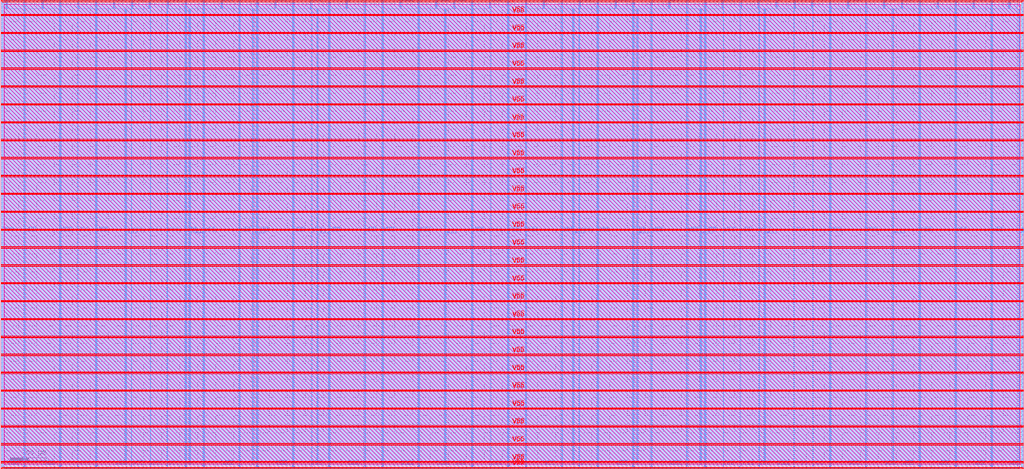
<source format=lef>
VERSION 5.7 ;
  NOWIREEXTENSIONATPIN ON ;
  DIVIDERCHAR "/" ;
  BUSBITCHARS "[]" ;
MACRO efuse_wb_mem_1024x32
  CLASS BLOCK ;
  FOREIGN efuse_wb_mem_1024x32 ;
  ORIGIN 0.000 0.000 ;
  SIZE 2856.480 BY 1311.065 ;
  PIN VDD
    DIRECTION INOUT ;
    USE POWER ;
    PORT
      LAYER Metal4 ;
        RECT 4.080 2.760 6.080 1306.520 ;
    END
    PORT
      LAYER Metal5 ;
        RECT 4.080 2.760 2852.480 4.760 ;
    END
    PORT
      LAYER Metal5 ;
        RECT 4.080 1304.520 2852.480 1306.520 ;
    END
    PORT
      LAYER Metal4 ;
        RECT 2850.480 2.760 2852.480 1306.520 ;
    END
    PORT
      LAYER Metal4 ;
        RECT 14.280 0.260 15.880 4.440 ;
    END
    PORT
      LAYER Metal4 ;
        RECT 14.280 1286.625 15.880 1309.020 ;
    END
    PORT
      LAYER Metal4 ;
        RECT 64.280 0.260 65.880 1309.020 ;
    END
    PORT
      LAYER Metal4 ;
        RECT 114.280 0.260 115.880 4.440 ;
    END
    PORT
      LAYER Metal4 ;
        RECT 114.280 1285.580 115.880 1309.020 ;
    END
    PORT
      LAYER Metal4 ;
        RECT 164.280 0.260 165.880 1309.020 ;
    END
    PORT
      LAYER Metal4 ;
        RECT 214.280 0.260 215.880 1309.020 ;
    END
    PORT
      LAYER Metal4 ;
        RECT 264.280 0.260 265.880 1309.020 ;
    END
    PORT
      LAYER Metal4 ;
        RECT 314.280 0.260 315.880 4.440 ;
    END
    PORT
      LAYER Metal4 ;
        RECT 314.280 1285.580 315.880 1309.020 ;
    END
    PORT
      LAYER Metal4 ;
        RECT 364.280 0.260 365.880 1309.020 ;
    END
    PORT
      LAYER Metal4 ;
        RECT 414.280 0.260 415.880 4.440 ;
    END
    PORT
      LAYER Metal4 ;
        RECT 414.280 1285.580 415.880 1309.020 ;
    END
    PORT
      LAYER Metal4 ;
        RECT 464.280 0.260 465.880 1309.020 ;
    END
    PORT
      LAYER Metal4 ;
        RECT 514.280 0.260 515.880 1309.020 ;
    END
    PORT
      LAYER Metal4 ;
        RECT 564.280 0.260 565.880 1309.020 ;
    END
    PORT
      LAYER Metal4 ;
        RECT 614.280 0.260 615.880 4.440 ;
    END
    PORT
      LAYER Metal4 ;
        RECT 614.280 1285.580 615.880 1309.020 ;
    END
    PORT
      LAYER Metal4 ;
        RECT 664.280 0.260 665.880 1309.020 ;
    END
    PORT
      LAYER Metal4 ;
        RECT 714.280 0.260 715.880 1309.020 ;
    END
    PORT
      LAYER Metal4 ;
        RECT 764.280 0.260 765.880 4.440 ;
    END
    PORT
      LAYER Metal4 ;
        RECT 764.280 1285.580 765.880 1309.020 ;
    END
    PORT
      LAYER Metal4 ;
        RECT 814.280 0.260 815.880 1309.020 ;
    END
    PORT
      LAYER Metal4 ;
        RECT 864.280 0.260 865.880 4.440 ;
    END
    PORT
      LAYER Metal4 ;
        RECT 864.280 1286.625 865.880 1309.020 ;
    END
    PORT
      LAYER Metal4 ;
        RECT 914.280 0.260 915.880 1309.020 ;
    END
    PORT
      LAYER Metal4 ;
        RECT 964.280 0.260 965.880 4.440 ;
    END
    PORT
      LAYER Metal4 ;
        RECT 964.280 1285.580 965.880 1309.020 ;
    END
    PORT
      LAYER Metal4 ;
        RECT 1014.280 0.260 1015.880 1309.020 ;
    END
    PORT
      LAYER Metal4 ;
        RECT 1064.280 0.260 1065.880 1309.020 ;
    END
    PORT
      LAYER Metal4 ;
        RECT 1114.280 0.260 1115.880 4.440 ;
    END
    PORT
      LAYER Metal4 ;
        RECT 1114.280 1286.625 1115.880 1309.020 ;
    END
    PORT
      LAYER Metal4 ;
        RECT 1164.280 0.260 1165.880 1309.020 ;
    END
    PORT
      LAYER Metal4 ;
        RECT 1214.280 0.260 1215.880 4.440 ;
    END
    PORT
      LAYER Metal4 ;
        RECT 1214.280 1286.625 1215.880 1309.020 ;
    END
    PORT
      LAYER Metal4 ;
        RECT 1264.280 0.260 1265.880 4.440 ;
    END
    PORT
      LAYER Metal4 ;
        RECT 1264.280 1286.625 1265.880 1309.020 ;
    END
    PORT
      LAYER Metal4 ;
        RECT 1314.280 0.260 1315.880 1309.020 ;
    END
    PORT
      LAYER Metal4 ;
        RECT 1364.280 0.260 1365.880 4.440 ;
    END
    PORT
      LAYER Metal4 ;
        RECT 1364.280 1286.625 1365.880 1309.020 ;
    END
    PORT
      LAYER Metal4 ;
        RECT 1414.280 0.260 1415.880 1309.020 ;
    END
    PORT
      LAYER Metal4 ;
        RECT 1464.280 0.260 1465.880 1309.020 ;
    END
    PORT
      LAYER Metal4 ;
        RECT 1514.280 0.260 1515.880 4.440 ;
    END
    PORT
      LAYER Metal4 ;
        RECT 1514.280 1285.580 1515.880 1309.020 ;
    END
    PORT
      LAYER Metal4 ;
        RECT 1564.280 0.260 1565.880 1309.020 ;
    END
    PORT
      LAYER Metal4 ;
        RECT 1614.280 0.260 1615.880 1309.020 ;
    END
    PORT
      LAYER Metal4 ;
        RECT 1664.280 0.260 1665.880 1309.020 ;
    END
    PORT
      LAYER Metal4 ;
        RECT 1714.280 0.260 1715.880 4.440 ;
    END
    PORT
      LAYER Metal4 ;
        RECT 1714.280 1285.580 1715.880 1309.020 ;
    END
    PORT
      LAYER Metal4 ;
        RECT 1764.280 0.260 1765.880 1309.020 ;
    END
    PORT
      LAYER Metal4 ;
        RECT 1814.280 0.260 1815.880 1309.020 ;
    END
    PORT
      LAYER Metal4 ;
        RECT 1864.280 0.260 1865.880 4.440 ;
    END
    PORT
      LAYER Metal4 ;
        RECT 1864.280 1286.625 1865.880 1309.020 ;
    END
    PORT
      LAYER Metal4 ;
        RECT 1914.280 0.260 1915.880 1309.020 ;
    END
    PORT
      LAYER Metal4 ;
        RECT 1964.280 0.260 1965.880 1309.020 ;
    END
    PORT
      LAYER Metal4 ;
        RECT 2014.280 0.260 2015.880 4.440 ;
    END
    PORT
      LAYER Metal4 ;
        RECT 2014.280 1286.625 2015.880 1309.020 ;
    END
    PORT
      LAYER Metal4 ;
        RECT 2064.280 0.260 2065.880 1309.020 ;
    END
    PORT
      LAYER Metal4 ;
        RECT 2114.280 0.260 2115.880 4.440 ;
    END
    PORT
      LAYER Metal4 ;
        RECT 2114.280 1286.625 2115.880 1309.020 ;
    END
    PORT
      LAYER Metal4 ;
        RECT 2164.280 0.260 2165.880 4.440 ;
    END
    PORT
      LAYER Metal4 ;
        RECT 2164.280 1285.580 2165.880 1309.020 ;
    END
    PORT
      LAYER Metal4 ;
        RECT 2214.280 0.260 2215.880 1309.020 ;
    END
    PORT
      LAYER Metal4 ;
        RECT 2264.280 0.260 2265.880 4.440 ;
    END
    PORT
      LAYER Metal4 ;
        RECT 2264.280 1285.580 2265.880 1309.020 ;
    END
    PORT
      LAYER Metal4 ;
        RECT 2314.280 0.260 2315.880 1309.020 ;
    END
    PORT
      LAYER Metal4 ;
        RECT 2364.280 0.260 2365.880 4.440 ;
    END
    PORT
      LAYER Metal4 ;
        RECT 2364.280 1285.580 2365.880 1309.020 ;
    END
    PORT
      LAYER Metal4 ;
        RECT 2414.280 0.260 2415.880 1309.020 ;
    END
    PORT
      LAYER Metal4 ;
        RECT 2464.280 0.260 2465.880 4.440 ;
    END
    PORT
      LAYER Metal4 ;
        RECT 2464.280 1285.580 2465.880 1309.020 ;
    END
    PORT
      LAYER Metal4 ;
        RECT 2514.280 0.260 2515.880 4.440 ;
    END
    PORT
      LAYER Metal4 ;
        RECT 2514.280 1286.625 2515.880 1309.020 ;
    END
    PORT
      LAYER Metal4 ;
        RECT 2564.280 0.260 2565.880 1309.020 ;
    END
    PORT
      LAYER Metal4 ;
        RECT 2614.280 0.260 2615.880 4.440 ;
    END
    PORT
      LAYER Metal4 ;
        RECT 2614.280 1285.580 2615.880 1309.020 ;
    END
    PORT
      LAYER Metal4 ;
        RECT 2664.280 0.260 2665.880 1309.020 ;
    END
    PORT
      LAYER Metal4 ;
        RECT 2714.280 0.260 2715.880 4.440 ;
    END
    PORT
      LAYER Metal4 ;
        RECT 2714.280 1285.580 2715.880 1309.020 ;
    END
    PORT
      LAYER Metal4 ;
        RECT 2764.280 0.260 2765.880 1309.020 ;
    END
    PORT
      LAYER Metal4 ;
        RECT 2814.280 0.260 2815.880 4.440 ;
    END
    PORT
      LAYER Metal4 ;
        RECT 2814.280 1285.580 2815.880 1309.020 ;
    END
    PORT
      LAYER Metal5 ;
        RECT 1.580 15.960 2854.980 17.560 ;
    END
    PORT
      LAYER Metal5 ;
        RECT 1.580 65.960 2854.980 67.560 ;
    END
    PORT
      LAYER Metal5 ;
        RECT 1.580 115.960 2854.980 117.560 ;
    END
    PORT
      LAYER Metal5 ;
        RECT 1.580 165.960 2854.980 167.560 ;
    END
    PORT
      LAYER Metal5 ;
        RECT 1.580 215.960 2854.980 217.560 ;
    END
    PORT
      LAYER Metal5 ;
        RECT 1.580 265.960 2854.980 267.560 ;
    END
    PORT
      LAYER Metal5 ;
        RECT 1.580 315.960 2854.980 317.560 ;
    END
    PORT
      LAYER Metal5 ;
        RECT 1.580 365.960 2854.980 367.560 ;
    END
    PORT
      LAYER Metal5 ;
        RECT 1.580 415.960 2854.980 417.560 ;
    END
    PORT
      LAYER Metal5 ;
        RECT 1.580 465.960 2854.980 467.560 ;
    END
    PORT
      LAYER Metal5 ;
        RECT 1.580 515.960 2854.980 517.560 ;
    END
    PORT
      LAYER Metal5 ;
        RECT 1.580 565.960 2854.980 567.560 ;
    END
    PORT
      LAYER Metal5 ;
        RECT 1.580 615.960 2854.980 617.560 ;
    END
    PORT
      LAYER Metal5 ;
        RECT 1.580 665.960 2854.980 667.560 ;
    END
    PORT
      LAYER Metal5 ;
        RECT 1.580 715.960 2854.980 717.560 ;
    END
    PORT
      LAYER Metal5 ;
        RECT 1.580 765.960 2854.980 767.560 ;
    END
    PORT
      LAYER Metal5 ;
        RECT 1.580 815.960 2854.980 817.560 ;
    END
    PORT
      LAYER Metal5 ;
        RECT 1.580 865.960 2854.980 867.560 ;
    END
    PORT
      LAYER Metal5 ;
        RECT 1.580 915.960 2854.980 917.560 ;
    END
    PORT
      LAYER Metal5 ;
        RECT 1.580 965.960 2854.980 967.560 ;
    END
    PORT
      LAYER Metal5 ;
        RECT 1.580 1015.960 2854.980 1017.560 ;
    END
    PORT
      LAYER Metal5 ;
        RECT 1.580 1065.960 2854.980 1067.560 ;
    END
    PORT
      LAYER Metal5 ;
        RECT 1.580 1115.960 2854.980 1117.560 ;
    END
    PORT
      LAYER Metal5 ;
        RECT 1.580 1165.960 2854.980 1167.560 ;
    END
    PORT
      LAYER Metal5 ;
        RECT 1.580 1215.960 2854.980 1217.560 ;
    END
    PORT
      LAYER Metal5 ;
        RECT 1.580 1265.960 2854.980 1267.560 ;
    END
    PORT
      LAYER Metal4 ;
        RECT 346.120 11.460 347.720 1286.060 ;
    END
    PORT
      LAYER Metal4 ;
        RECT 525.880 11.460 527.480 1286.060 ;
    END
    PORT
      LAYER Metal4 ;
        RECT 702.280 11.460 703.880 1286.060 ;
    END
    PORT
      LAYER Metal4 ;
        RECT 882.040 11.460 883.640 1286.060 ;
    END
    PORT
      LAYER Metal4 ;
        RECT 1238.760 11.460 1240.360 1286.060 ;
    END
    PORT
      LAYER Metal4 ;
        RECT 1596.040 11.460 1597.640 1286.060 ;
    END
    PORT
      LAYER Metal4 ;
        RECT 1775.240 11.460 1776.840 1286.060 ;
    END
    PORT
      LAYER Metal4 ;
        RECT 1952.760 11.460 1954.360 1286.060 ;
    END
    PORT
      LAYER Metal4 ;
        RECT 2131.400 11.460 2133.000 1286.060 ;
    END
    PORT
      LAYER Metal4 ;
        RECT 2488.680 11.460 2490.280 1286.060 ;
    END
    PORT
      LAYER Metal4 ;
        RECT 2842.040 11.460 2843.640 1286.060 ;
    END
  END VDD
  PIN VSS
    DIRECTION INOUT ;
    USE GROUND ;
    PORT
      LAYER Metal4 ;
        RECT 1.580 0.260 3.580 1309.020 ;
    END
    PORT
      LAYER Metal5 ;
        RECT 1.580 0.260 2854.980 2.260 ;
    END
    PORT
      LAYER Metal5 ;
        RECT 1.580 1307.020 2854.980 1309.020 ;
    END
    PORT
      LAYER Metal4 ;
        RECT 2852.980 0.260 2854.980 1309.020 ;
    END
    PORT
      LAYER Metal4 ;
        RECT 17.580 0.260 19.180 4.440 ;
    END
    PORT
      LAYER Metal4 ;
        RECT 17.580 1286.000 19.180 1309.020 ;
    END
    PORT
      LAYER Metal4 ;
        RECT 67.580 0.260 69.180 1309.020 ;
    END
    PORT
      LAYER Metal4 ;
        RECT 117.580 0.260 119.180 4.440 ;
    END
    PORT
      LAYER Metal4 ;
        RECT 117.580 1286.000 119.180 1309.020 ;
    END
    PORT
      LAYER Metal4 ;
        RECT 167.580 0.260 169.180 1309.020 ;
    END
    PORT
      LAYER Metal4 ;
        RECT 217.580 0.260 219.180 4.440 ;
    END
    PORT
      LAYER Metal4 ;
        RECT 217.580 1286.000 219.180 1309.020 ;
    END
    PORT
      LAYER Metal4 ;
        RECT 267.580 0.260 269.180 1309.020 ;
    END
    PORT
      LAYER Metal4 ;
        RECT 317.580 0.260 319.180 4.440 ;
    END
    PORT
      LAYER Metal4 ;
        RECT 317.580 1286.000 319.180 1309.020 ;
    END
    PORT
      LAYER Metal4 ;
        RECT 367.580 0.260 369.180 4.440 ;
    END
    PORT
      LAYER Metal4 ;
        RECT 367.580 1286.625 369.180 1309.020 ;
    END
    PORT
      LAYER Metal4 ;
        RECT 417.580 0.260 419.180 1309.020 ;
    END
    PORT
      LAYER Metal4 ;
        RECT 467.580 0.260 469.180 4.440 ;
    END
    PORT
      LAYER Metal4 ;
        RECT 467.580 1286.625 469.180 1309.020 ;
    END
    PORT
      LAYER Metal4 ;
        RECT 517.580 0.260 519.180 1309.020 ;
    END
    PORT
      LAYER Metal4 ;
        RECT 567.580 0.260 569.180 1309.020 ;
    END
    PORT
      LAYER Metal4 ;
        RECT 617.580 0.260 619.180 4.440 ;
    END
    PORT
      LAYER Metal4 ;
        RECT 617.580 1286.625 619.180 1309.020 ;
    END
    PORT
      LAYER Metal4 ;
        RECT 667.580 0.260 669.180 1309.020 ;
    END
    PORT
      LAYER Metal4 ;
        RECT 717.580 0.260 719.180 1309.020 ;
    END
    PORT
      LAYER Metal4 ;
        RECT 767.580 0.260 769.180 4.440 ;
    END
    PORT
      LAYER Metal4 ;
        RECT 767.580 1286.000 769.180 1309.020 ;
    END
    PORT
      LAYER Metal4 ;
        RECT 817.580 0.260 819.180 1309.020 ;
    END
    PORT
      LAYER Metal4 ;
        RECT 867.580 0.260 869.180 1309.020 ;
    END
    PORT
      LAYER Metal4 ;
        RECT 917.580 0.260 919.180 1309.020 ;
    END
    PORT
      LAYER Metal4 ;
        RECT 967.580 0.260 969.180 4.440 ;
    END
    PORT
      LAYER Metal4 ;
        RECT 967.580 1286.000 969.180 1309.020 ;
    END
    PORT
      LAYER Metal4 ;
        RECT 1017.580 0.260 1019.180 1309.020 ;
    END
    PORT
      LAYER Metal4 ;
        RECT 1067.580 0.260 1069.180 1309.020 ;
    END
    PORT
      LAYER Metal4 ;
        RECT 1117.580 0.260 1119.180 4.440 ;
    END
    PORT
      LAYER Metal4 ;
        RECT 1117.580 1286.625 1119.180 1309.020 ;
    END
    PORT
      LAYER Metal4 ;
        RECT 1167.580 0.260 1169.180 1309.020 ;
    END
    PORT
      LAYER Metal4 ;
        RECT 1217.580 0.260 1219.180 4.440 ;
    END
    PORT
      LAYER Metal4 ;
        RECT 1217.580 1286.625 1219.180 1309.020 ;
    END
    PORT
      LAYER Metal4 ;
        RECT 1267.580 0.260 1269.180 4.440 ;
    END
    PORT
      LAYER Metal4 ;
        RECT 1267.580 1286.625 1269.180 1309.020 ;
    END
    PORT
      LAYER Metal4 ;
        RECT 1317.580 0.260 1319.180 1309.020 ;
    END
    PORT
      LAYER Metal4 ;
        RECT 1367.580 0.260 1369.180 1309.020 ;
    END
    PORT
      LAYER Metal4 ;
        RECT 1417.580 0.260 1419.180 1309.020 ;
    END
    PORT
      LAYER Metal4 ;
        RECT 1467.580 0.260 1469.180 1309.020 ;
    END
    PORT
      LAYER Metal4 ;
        RECT 1517.580 0.260 1519.180 4.440 ;
    END
    PORT
      LAYER Metal4 ;
        RECT 1517.580 1286.000 1519.180 1309.020 ;
    END
    PORT
      LAYER Metal4 ;
        RECT 1567.580 0.260 1569.180 1309.020 ;
    END
    PORT
      LAYER Metal4 ;
        RECT 1617.580 0.260 1619.180 4.440 ;
    END
    PORT
      LAYER Metal4 ;
        RECT 1617.580 1286.625 1619.180 1309.020 ;
    END
    PORT
      LAYER Metal4 ;
        RECT 1667.580 0.260 1669.180 1309.020 ;
    END
    PORT
      LAYER Metal4 ;
        RECT 1717.580 0.260 1719.180 4.440 ;
    END
    PORT
      LAYER Metal4 ;
        RECT 1717.580 1286.000 1719.180 1309.020 ;
    END
    PORT
      LAYER Metal4 ;
        RECT 1767.580 0.260 1769.180 1309.020 ;
    END
    PORT
      LAYER Metal4 ;
        RECT 1817.580 0.260 1819.180 1309.020 ;
    END
    PORT
      LAYER Metal4 ;
        RECT 1867.580 0.260 1869.180 4.440 ;
    END
    PORT
      LAYER Metal4 ;
        RECT 1867.580 1286.000 1869.180 1309.020 ;
    END
    PORT
      LAYER Metal4 ;
        RECT 1917.580 0.260 1919.180 1309.020 ;
    END
    PORT
      LAYER Metal4 ;
        RECT 1967.580 0.260 1969.180 1309.020 ;
    END
    PORT
      LAYER Metal4 ;
        RECT 2017.580 0.260 2019.180 1309.020 ;
    END
    PORT
      LAYER Metal4 ;
        RECT 2067.580 0.260 2069.180 4.440 ;
    END
    PORT
      LAYER Metal4 ;
        RECT 2067.580 1286.000 2069.180 1309.020 ;
    END
    PORT
      LAYER Metal4 ;
        RECT 2117.580 0.260 2119.180 1309.020 ;
    END
    PORT
      LAYER Metal4 ;
        RECT 2167.580 0.260 2169.180 4.440 ;
    END
    PORT
      LAYER Metal4 ;
        RECT 2167.580 1286.000 2169.180 1309.020 ;
    END
    PORT
      LAYER Metal4 ;
        RECT 2217.580 0.260 2219.180 4.440 ;
    END
    PORT
      LAYER Metal4 ;
        RECT 2217.580 1286.625 2219.180 1309.020 ;
    END
    PORT
      LAYER Metal4 ;
        RECT 2267.580 0.260 2269.180 1309.020 ;
    END
    PORT
      LAYER Metal4 ;
        RECT 2317.580 0.260 2319.180 1309.020 ;
    END
    PORT
      LAYER Metal4 ;
        RECT 2367.580 0.260 2369.180 4.440 ;
    END
    PORT
      LAYER Metal4 ;
        RECT 2367.580 1286.000 2369.180 1309.020 ;
    END
    PORT
      LAYER Metal4 ;
        RECT 2417.580 0.260 2419.180 1309.020 ;
    END
    PORT
      LAYER Metal4 ;
        RECT 2467.580 0.260 2469.180 4.440 ;
    END
    PORT
      LAYER Metal4 ;
        RECT 2467.580 1286.625 2469.180 1309.020 ;
    END
    PORT
      LAYER Metal4 ;
        RECT 2517.580 0.260 2519.180 4.440 ;
    END
    PORT
      LAYER Metal4 ;
        RECT 2517.580 1286.000 2519.180 1309.020 ;
    END
    PORT
      LAYER Metal4 ;
        RECT 2567.580 0.260 2569.180 1309.020 ;
    END
    PORT
      LAYER Metal4 ;
        RECT 2617.580 0.260 2619.180 4.440 ;
    END
    PORT
      LAYER Metal4 ;
        RECT 2617.580 1286.000 2619.180 1309.020 ;
    END
    PORT
      LAYER Metal4 ;
        RECT 2667.580 0.260 2669.180 1309.020 ;
    END
    PORT
      LAYER Metal4 ;
        RECT 2717.580 0.260 2719.180 4.440 ;
    END
    PORT
      LAYER Metal4 ;
        RECT 2717.580 1286.000 2719.180 1309.020 ;
    END
    PORT
      LAYER Metal4 ;
        RECT 2767.580 0.260 2769.180 1309.020 ;
    END
    PORT
      LAYER Metal4 ;
        RECT 2817.580 0.260 2819.180 4.440 ;
    END
    PORT
      LAYER Metal4 ;
        RECT 2817.580 1286.000 2819.180 1309.020 ;
    END
    PORT
      LAYER Metal5 ;
        RECT 1.580 19.260 2854.980 20.860 ;
    END
    PORT
      LAYER Metal5 ;
        RECT 1.580 69.260 2854.980 70.860 ;
    END
    PORT
      LAYER Metal5 ;
        RECT 1.580 119.260 2854.980 120.860 ;
    END
    PORT
      LAYER Metal5 ;
        RECT 1.580 169.260 2854.980 170.860 ;
    END
    PORT
      LAYER Metal5 ;
        RECT 1.580 219.260 2854.980 220.860 ;
    END
    PORT
      LAYER Metal5 ;
        RECT 1.580 269.260 2854.980 270.860 ;
    END
    PORT
      LAYER Metal5 ;
        RECT 1.580 319.260 2854.980 320.860 ;
    END
    PORT
      LAYER Metal5 ;
        RECT 1.580 369.260 2854.980 370.860 ;
    END
    PORT
      LAYER Metal5 ;
        RECT 1.580 419.260 2854.980 420.860 ;
    END
    PORT
      LAYER Metal5 ;
        RECT 1.580 469.260 2854.980 470.860 ;
    END
    PORT
      LAYER Metal5 ;
        RECT 1.580 519.260 2854.980 520.860 ;
    END
    PORT
      LAYER Metal5 ;
        RECT 1.580 569.260 2854.980 570.860 ;
    END
    PORT
      LAYER Metal5 ;
        RECT 1.580 619.260 2854.980 620.860 ;
    END
    PORT
      LAYER Metal5 ;
        RECT 1.580 669.260 2854.980 670.860 ;
    END
    PORT
      LAYER Metal5 ;
        RECT 1.580 719.260 2854.980 720.860 ;
    END
    PORT
      LAYER Metal5 ;
        RECT 1.580 769.260 2854.980 770.860 ;
    END
    PORT
      LAYER Metal5 ;
        RECT 1.580 819.260 2854.980 820.860 ;
    END
    PORT
      LAYER Metal5 ;
        RECT 1.580 869.260 2854.980 870.860 ;
    END
    PORT
      LAYER Metal5 ;
        RECT 1.580 919.260 2854.980 920.860 ;
    END
    PORT
      LAYER Metal5 ;
        RECT 1.580 969.260 2854.980 970.860 ;
    END
    PORT
      LAYER Metal5 ;
        RECT 1.580 1019.260 2854.980 1020.860 ;
    END
    PORT
      LAYER Metal5 ;
        RECT 1.580 1069.260 2854.980 1070.860 ;
    END
    PORT
      LAYER Metal5 ;
        RECT 1.580 1119.260 2854.980 1120.860 ;
    END
    PORT
      LAYER Metal5 ;
        RECT 1.580 1169.260 2854.980 1170.860 ;
    END
    PORT
      LAYER Metal5 ;
        RECT 1.580 1219.260 2854.980 1220.860 ;
    END
    PORT
      LAYER Metal5 ;
        RECT 1.580 1269.260 2854.980 1270.860 ;
    END
    PORT
      LAYER Metal4 ;
        RECT 349.480 11.460 351.080 1286.060 ;
    END
    PORT
      LAYER Metal4 ;
        RECT 529.240 11.460 530.840 1286.060 ;
    END
    PORT
      LAYER Metal4 ;
        RECT 705.640 11.460 707.240 1286.060 ;
    END
    PORT
      LAYER Metal4 ;
        RECT 885.400 11.460 887.000 1286.060 ;
    END
    PORT
      LAYER Metal4 ;
        RECT 1242.120 11.460 1243.720 1286.060 ;
    END
    PORT
      LAYER Metal4 ;
        RECT 1599.400 11.460 1601.000 1286.060 ;
    END
    PORT
      LAYER Metal4 ;
        RECT 1778.600 11.460 1780.200 1286.060 ;
    END
    PORT
      LAYER Metal4 ;
        RECT 1956.120 11.460 1957.720 1286.060 ;
    END
    PORT
      LAYER Metal4 ;
        RECT 2134.760 11.460 2136.360 1286.060 ;
    END
    PORT
      LAYER Metal4 ;
        RECT 2492.040 11.460 2493.640 1286.060 ;
    END
    PORT
      LAYER Metal4 ;
        RECT 2844.280 11.460 2845.880 1286.060 ;
    END
  END VSS
  PIN wb_ack_o
    DIRECTION OUTPUT ;
    USE SIGNAL ;
    ANTENNADIFFAREA 1.182800 ;
    PORT
      LAYER Metal2 ;
        RECT 84.000 1310.505 84.560 1311.065 ;
    END
  END wb_ack_o
  PIN wb_adr_i[0]
    DIRECTION INPUT ;
    USE SIGNAL ;
    ANTENNAGATEAREA 1.102000 ;
    ANTENNADIFFAREA 0.410400 ;
    PORT
      LAYER Metal2 ;
        RECT 218.400 1310.505 218.960 1311.065 ;
    END
  END wb_adr_i[0]
  PIN wb_adr_i[1]
    DIRECTION INPUT ;
    USE SIGNAL ;
    ANTENNAGATEAREA 1.102000 ;
    ANTENNADIFFAREA 0.410400 ;
    PORT
      LAYER Metal2 ;
        RECT 252.000 1310.505 252.560 1311.065 ;
    END
  END wb_adr_i[1]
  PIN wb_adr_i[2]
    DIRECTION INPUT ;
    USE SIGNAL ;
    ANTENNAGATEAREA 1.102000 ;
    ANTENNADIFFAREA 0.410400 ;
    PORT
      LAYER Metal2 ;
        RECT 285.600 1310.505 286.160 1311.065 ;
    END
  END wb_adr_i[2]
  PIN wb_adr_i[3]
    DIRECTION INPUT ;
    USE SIGNAL ;
    ANTENNAGATEAREA 1.102000 ;
    ANTENNADIFFAREA 0.410400 ;
    PORT
      LAYER Metal2 ;
        RECT 319.200 1310.505 319.760 1311.065 ;
    END
  END wb_adr_i[3]
  PIN wb_adr_i[4]
    DIRECTION INPUT ;
    USE SIGNAL ;
    ANTENNAGATEAREA 1.102000 ;
    ANTENNADIFFAREA 0.410400 ;
    PORT
      LAYER Metal2 ;
        RECT 352.800 1310.505 353.360 1311.065 ;
    END
  END wb_adr_i[4]
  PIN wb_adr_i[5]
    DIRECTION INPUT ;
    USE SIGNAL ;
    ANTENNAGATEAREA 1.102000 ;
    ANTENNADIFFAREA 0.410400 ;
    PORT
      LAYER Metal2 ;
        RECT 386.400 1310.505 386.960 1311.065 ;
    END
  END wb_adr_i[5]
  PIN wb_adr_i[6]
    DIRECTION INPUT ;
    USE SIGNAL ;
    ANTENNAGATEAREA 2.369000 ;
    ANTENNADIFFAREA 0.410400 ;
    PORT
      LAYER Metal2 ;
        RECT 420.000 1310.505 420.560 1311.065 ;
    END
  END wb_adr_i[6]
  PIN wb_adr_i[7]
    DIRECTION INPUT ;
    USE SIGNAL ;
    ANTENNAGATEAREA 2.369000 ;
    ANTENNADIFFAREA 0.410400 ;
    PORT
      LAYER Metal2 ;
        RECT 453.600 1310.505 454.160 1311.065 ;
    END
  END wb_adr_i[7]
  PIN wb_adr_i[8]
    DIRECTION INPUT ;
    USE SIGNAL ;
    ANTENNAGATEAREA 8.816000 ;
    ANTENNADIFFAREA 0.410400 ;
    PORT
      LAYER Metal2 ;
        RECT 487.200 1310.505 487.760 1311.065 ;
    END
  END wb_adr_i[8]
  PIN wb_adr_i[9]
    DIRECTION INPUT ;
    USE SIGNAL ;
    ANTENNAGATEAREA 1.102000 ;
    ANTENNADIFFAREA 0.410400 ;
    PORT
      LAYER Metal2 ;
        RECT 520.800 1310.505 521.360 1311.065 ;
    END
  END wb_adr_i[9]
  PIN wb_clk_i
    DIRECTION INPUT ;
    USE SIGNAL ;
    ANTENNAGATEAREA 4.738000 ;
    ANTENNADIFFAREA 0.410400 ;
    PORT
      LAYER Metal2 ;
        RECT 151.200 1310.505 151.760 1311.065 ;
    END
  END wb_clk_i
  PIN wb_cyc_i
    DIRECTION INPUT ;
    USE SIGNAL ;
    ANTENNAGATEAREA 1.102000 ;
    ANTENNADIFFAREA 0.410400 ;
    PORT
      LAYER Metal2 ;
        RECT 50.400 1310.505 50.960 1311.065 ;
    END
  END wb_cyc_i
  PIN wb_dat_i[0]
    DIRECTION INPUT ;
    USE SIGNAL ;
    ANTENNAGATEAREA 1.102000 ;
    ANTENNADIFFAREA 0.410400 ;
    PORT
      LAYER Metal2 ;
        RECT 554.400 1310.505 554.960 1311.065 ;
    END
  END wb_dat_i[0]
  PIN wb_dat_i[10]
    DIRECTION INPUT ;
    USE SIGNAL ;
    ANTENNAGATEAREA 1.102000 ;
    ANTENNADIFFAREA 0.410400 ;
    PORT
      LAYER Metal2 ;
        RECT 890.400 1310.505 890.960 1311.065 ;
    END
  END wb_dat_i[10]
  PIN wb_dat_i[11]
    DIRECTION INPUT ;
    USE SIGNAL ;
    ANTENNAGATEAREA 1.102000 ;
    ANTENNADIFFAREA 0.410400 ;
    PORT
      LAYER Metal2 ;
        RECT 924.000 1310.505 924.560 1311.065 ;
    END
  END wb_dat_i[11]
  PIN wb_dat_i[12]
    DIRECTION INPUT ;
    USE SIGNAL ;
    ANTENNAGATEAREA 1.102000 ;
    ANTENNADIFFAREA 0.410400 ;
    PORT
      LAYER Metal2 ;
        RECT 957.600 1310.505 958.160 1311.065 ;
    END
  END wb_dat_i[12]
  PIN wb_dat_i[13]
    DIRECTION INPUT ;
    USE SIGNAL ;
    ANTENNAGATEAREA 1.102000 ;
    ANTENNADIFFAREA 0.410400 ;
    PORT
      LAYER Metal2 ;
        RECT 991.200 1310.505 991.760 1311.065 ;
    END
  END wb_dat_i[13]
  PIN wb_dat_i[14]
    DIRECTION INPUT ;
    USE SIGNAL ;
    ANTENNAGATEAREA 1.102000 ;
    ANTENNADIFFAREA 0.410400 ;
    PORT
      LAYER Metal2 ;
        RECT 1024.800 1310.505 1025.360 1311.065 ;
    END
  END wb_dat_i[14]
  PIN wb_dat_i[15]
    DIRECTION INPUT ;
    USE SIGNAL ;
    ANTENNAGATEAREA 1.102000 ;
    ANTENNADIFFAREA 0.410400 ;
    PORT
      LAYER Metal2 ;
        RECT 1058.400 1310.505 1058.960 1311.065 ;
    END
  END wb_dat_i[15]
  PIN wb_dat_i[16]
    DIRECTION INPUT ;
    USE SIGNAL ;
    ANTENNAGATEAREA 1.102000 ;
    ANTENNADIFFAREA 0.410400 ;
    PORT
      LAYER Metal2 ;
        RECT 1092.000 1310.505 1092.560 1311.065 ;
    END
  END wb_dat_i[16]
  PIN wb_dat_i[17]
    DIRECTION INPUT ;
    USE SIGNAL ;
    ANTENNAGATEAREA 1.102000 ;
    ANTENNADIFFAREA 0.410400 ;
    PORT
      LAYER Metal2 ;
        RECT 1125.600 1310.505 1126.160 1311.065 ;
    END
  END wb_dat_i[17]
  PIN wb_dat_i[18]
    DIRECTION INPUT ;
    USE SIGNAL ;
    ANTENNAGATEAREA 1.102000 ;
    ANTENNADIFFAREA 0.410400 ;
    PORT
      LAYER Metal2 ;
        RECT 1159.200 1310.505 1159.760 1311.065 ;
    END
  END wb_dat_i[18]
  PIN wb_dat_i[19]
    DIRECTION INPUT ;
    USE SIGNAL ;
    ANTENNAGATEAREA 1.102000 ;
    ANTENNADIFFAREA 0.410400 ;
    PORT
      LAYER Metal2 ;
        RECT 1192.800 1310.505 1193.360 1311.065 ;
    END
  END wb_dat_i[19]
  PIN wb_dat_i[1]
    DIRECTION INPUT ;
    USE SIGNAL ;
    ANTENNAGATEAREA 1.102000 ;
    ANTENNADIFFAREA 0.410400 ;
    PORT
      LAYER Metal2 ;
        RECT 588.000 1310.505 588.560 1311.065 ;
    END
  END wb_dat_i[1]
  PIN wb_dat_i[20]
    DIRECTION INPUT ;
    USE SIGNAL ;
    ANTENNAGATEAREA 1.102000 ;
    ANTENNADIFFAREA 0.410400 ;
    PORT
      LAYER Metal2 ;
        RECT 1226.400 1310.505 1226.960 1311.065 ;
    END
  END wb_dat_i[20]
  PIN wb_dat_i[21]
    DIRECTION INPUT ;
    USE SIGNAL ;
    ANTENNAGATEAREA 1.102000 ;
    ANTENNADIFFAREA 0.410400 ;
    PORT
      LAYER Metal2 ;
        RECT 1260.000 1310.505 1260.560 1311.065 ;
    END
  END wb_dat_i[21]
  PIN wb_dat_i[22]
    DIRECTION INPUT ;
    USE SIGNAL ;
    ANTENNAGATEAREA 1.102000 ;
    ANTENNADIFFAREA 0.410400 ;
    PORT
      LAYER Metal2 ;
        RECT 1293.600 1310.505 1294.160 1311.065 ;
    END
  END wb_dat_i[22]
  PIN wb_dat_i[23]
    DIRECTION INPUT ;
    USE SIGNAL ;
    ANTENNAGATEAREA 1.102000 ;
    ANTENNADIFFAREA 0.410400 ;
    PORT
      LAYER Metal2 ;
        RECT 1327.200 1310.505 1327.760 1311.065 ;
    END
  END wb_dat_i[23]
  PIN wb_dat_i[24]
    DIRECTION INPUT ;
    USE SIGNAL ;
    ANTENNAGATEAREA 1.102000 ;
    ANTENNADIFFAREA 0.410400 ;
    PORT
      LAYER Metal2 ;
        RECT 1360.800 1310.505 1361.360 1311.065 ;
    END
  END wb_dat_i[24]
  PIN wb_dat_i[25]
    DIRECTION INPUT ;
    USE SIGNAL ;
    ANTENNAGATEAREA 1.102000 ;
    ANTENNADIFFAREA 0.410400 ;
    PORT
      LAYER Metal2 ;
        RECT 1394.400 1310.505 1394.960 1311.065 ;
    END
  END wb_dat_i[25]
  PIN wb_dat_i[26]
    DIRECTION INPUT ;
    USE SIGNAL ;
    ANTENNAGATEAREA 1.102000 ;
    ANTENNADIFFAREA 0.410400 ;
    PORT
      LAYER Metal2 ;
        RECT 1428.000 1310.505 1428.560 1311.065 ;
    END
  END wb_dat_i[26]
  PIN wb_dat_i[27]
    DIRECTION INPUT ;
    USE SIGNAL ;
    ANTENNAGATEAREA 1.102000 ;
    ANTENNADIFFAREA 0.410400 ;
    PORT
      LAYER Metal2 ;
        RECT 1461.600 1310.505 1462.160 1311.065 ;
    END
  END wb_dat_i[27]
  PIN wb_dat_i[28]
    DIRECTION INPUT ;
    USE SIGNAL ;
    ANTENNAGATEAREA 1.102000 ;
    ANTENNADIFFAREA 0.410400 ;
    PORT
      LAYER Metal2 ;
        RECT 1495.200 1310.505 1495.760 1311.065 ;
    END
  END wb_dat_i[28]
  PIN wb_dat_i[29]
    DIRECTION INPUT ;
    USE SIGNAL ;
    ANTENNAGATEAREA 1.102000 ;
    ANTENNADIFFAREA 0.410400 ;
    PORT
      LAYER Metal2 ;
        RECT 1528.800 1310.505 1529.360 1311.065 ;
    END
  END wb_dat_i[29]
  PIN wb_dat_i[2]
    DIRECTION INPUT ;
    USE SIGNAL ;
    ANTENNAGATEAREA 1.102000 ;
    ANTENNADIFFAREA 0.410400 ;
    PORT
      LAYER Metal2 ;
        RECT 621.600 1310.505 622.160 1311.065 ;
    END
  END wb_dat_i[2]
  PIN wb_dat_i[30]
    DIRECTION INPUT ;
    USE SIGNAL ;
    ANTENNAGATEAREA 1.102000 ;
    ANTENNADIFFAREA 0.410400 ;
    PORT
      LAYER Metal2 ;
        RECT 1562.400 1310.505 1562.960 1311.065 ;
    END
  END wb_dat_i[30]
  PIN wb_dat_i[31]
    DIRECTION INPUT ;
    USE SIGNAL ;
    ANTENNAGATEAREA 1.102000 ;
    ANTENNADIFFAREA 0.410400 ;
    PORT
      LAYER Metal2 ;
        RECT 1596.000 1310.505 1596.560 1311.065 ;
    END
  END wb_dat_i[31]
  PIN wb_dat_i[3]
    DIRECTION INPUT ;
    USE SIGNAL ;
    ANTENNAGATEAREA 1.102000 ;
    ANTENNADIFFAREA 0.410400 ;
    PORT
      LAYER Metal2 ;
        RECT 655.200 1310.505 655.760 1311.065 ;
    END
  END wb_dat_i[3]
  PIN wb_dat_i[4]
    DIRECTION INPUT ;
    USE SIGNAL ;
    ANTENNAGATEAREA 1.102000 ;
    ANTENNADIFFAREA 0.410400 ;
    PORT
      LAYER Metal2 ;
        RECT 688.800 1310.505 689.360 1311.065 ;
    END
  END wb_dat_i[4]
  PIN wb_dat_i[5]
    DIRECTION INPUT ;
    USE SIGNAL ;
    ANTENNAGATEAREA 1.102000 ;
    ANTENNADIFFAREA 0.410400 ;
    PORT
      LAYER Metal2 ;
        RECT 722.400 1310.505 722.960 1311.065 ;
    END
  END wb_dat_i[5]
  PIN wb_dat_i[6]
    DIRECTION INPUT ;
    USE SIGNAL ;
    ANTENNAGATEAREA 1.102000 ;
    ANTENNADIFFAREA 0.410400 ;
    PORT
      LAYER Metal2 ;
        RECT 756.000 1310.505 756.560 1311.065 ;
    END
  END wb_dat_i[6]
  PIN wb_dat_i[7]
    DIRECTION INPUT ;
    USE SIGNAL ;
    ANTENNAGATEAREA 1.102000 ;
    ANTENNADIFFAREA 0.410400 ;
    PORT
      LAYER Metal2 ;
        RECT 789.600 1310.505 790.160 1311.065 ;
    END
  END wb_dat_i[7]
  PIN wb_dat_i[8]
    DIRECTION INPUT ;
    USE SIGNAL ;
    ANTENNAGATEAREA 1.102000 ;
    ANTENNADIFFAREA 0.410400 ;
    PORT
      LAYER Metal2 ;
        RECT 823.200 1310.505 823.760 1311.065 ;
    END
  END wb_dat_i[8]
  PIN wb_dat_i[9]
    DIRECTION INPUT ;
    USE SIGNAL ;
    ANTENNAGATEAREA 1.102000 ;
    ANTENNADIFFAREA 0.410400 ;
    PORT
      LAYER Metal2 ;
        RECT 856.800 1310.505 857.360 1311.065 ;
    END
  END wb_dat_i[9]
  PIN wb_dat_o[0]
    DIRECTION OUTPUT ;
    USE SIGNAL ;
    ANTENNADIFFAREA 1.182800 ;
    PORT
      LAYER Metal2 ;
        RECT 1764.000 1310.505 1764.560 1311.065 ;
    END
  END wb_dat_o[0]
  PIN wb_dat_o[10]
    DIRECTION OUTPUT ;
    USE SIGNAL ;
    ANTENNADIFFAREA 1.182800 ;
    PORT
      LAYER Metal2 ;
        RECT 2100.000 1310.505 2100.560 1311.065 ;
    END
  END wb_dat_o[10]
  PIN wb_dat_o[11]
    DIRECTION OUTPUT ;
    USE SIGNAL ;
    ANTENNADIFFAREA 1.182800 ;
    PORT
      LAYER Metal2 ;
        RECT 2133.600 1310.505 2134.160 1311.065 ;
    END
  END wb_dat_o[11]
  PIN wb_dat_o[12]
    DIRECTION OUTPUT ;
    USE SIGNAL ;
    ANTENNADIFFAREA 1.182800 ;
    PORT
      LAYER Metal2 ;
        RECT 2167.200 1310.505 2167.760 1311.065 ;
    END
  END wb_dat_o[12]
  PIN wb_dat_o[13]
    DIRECTION OUTPUT ;
    USE SIGNAL ;
    ANTENNADIFFAREA 1.182800 ;
    PORT
      LAYER Metal2 ;
        RECT 2200.800 1310.505 2201.360 1311.065 ;
    END
  END wb_dat_o[13]
  PIN wb_dat_o[14]
    DIRECTION OUTPUT ;
    USE SIGNAL ;
    ANTENNADIFFAREA 1.182800 ;
    PORT
      LAYER Metal2 ;
        RECT 2234.400 1310.505 2234.960 1311.065 ;
    END
  END wb_dat_o[14]
  PIN wb_dat_o[15]
    DIRECTION OUTPUT ;
    USE SIGNAL ;
    ANTENNADIFFAREA 1.182800 ;
    PORT
      LAYER Metal2 ;
        RECT 2268.000 1310.505 2268.560 1311.065 ;
    END
  END wb_dat_o[15]
  PIN wb_dat_o[16]
    DIRECTION OUTPUT ;
    USE SIGNAL ;
    ANTENNADIFFAREA 1.182800 ;
    PORT
      LAYER Metal2 ;
        RECT 2301.600 1310.505 2302.160 1311.065 ;
    END
  END wb_dat_o[16]
  PIN wb_dat_o[17]
    DIRECTION OUTPUT ;
    USE SIGNAL ;
    ANTENNADIFFAREA 1.182800 ;
    PORT
      LAYER Metal2 ;
        RECT 2335.200 1310.505 2335.760 1311.065 ;
    END
  END wb_dat_o[17]
  PIN wb_dat_o[18]
    DIRECTION OUTPUT ;
    USE SIGNAL ;
    ANTENNADIFFAREA 1.182800 ;
    PORT
      LAYER Metal2 ;
        RECT 2368.800 1310.505 2369.360 1311.065 ;
    END
  END wb_dat_o[18]
  PIN wb_dat_o[19]
    DIRECTION OUTPUT ;
    USE SIGNAL ;
    ANTENNADIFFAREA 1.182800 ;
    PORT
      LAYER Metal2 ;
        RECT 2402.400 1310.505 2402.960 1311.065 ;
    END
  END wb_dat_o[19]
  PIN wb_dat_o[1]
    DIRECTION OUTPUT ;
    USE SIGNAL ;
    ANTENNADIFFAREA 1.182800 ;
    PORT
      LAYER Metal2 ;
        RECT 1797.600 1310.505 1798.160 1311.065 ;
    END
  END wb_dat_o[1]
  PIN wb_dat_o[20]
    DIRECTION OUTPUT ;
    USE SIGNAL ;
    ANTENNADIFFAREA 1.182800 ;
    PORT
      LAYER Metal2 ;
        RECT 2436.000 1310.505 2436.560 1311.065 ;
    END
  END wb_dat_o[20]
  PIN wb_dat_o[21]
    DIRECTION OUTPUT ;
    USE SIGNAL ;
    ANTENNADIFFAREA 1.182800 ;
    PORT
      LAYER Metal2 ;
        RECT 2469.600 1310.505 2470.160 1311.065 ;
    END
  END wb_dat_o[21]
  PIN wb_dat_o[22]
    DIRECTION OUTPUT ;
    USE SIGNAL ;
    ANTENNADIFFAREA 1.182800 ;
    PORT
      LAYER Metal2 ;
        RECT 2503.200 1310.505 2503.760 1311.065 ;
    END
  END wb_dat_o[22]
  PIN wb_dat_o[23]
    DIRECTION OUTPUT ;
    USE SIGNAL ;
    ANTENNADIFFAREA 1.182800 ;
    PORT
      LAYER Metal2 ;
        RECT 2536.800 1310.505 2537.360 1311.065 ;
    END
  END wb_dat_o[23]
  PIN wb_dat_o[24]
    DIRECTION OUTPUT ;
    USE SIGNAL ;
    ANTENNADIFFAREA 1.182800 ;
    PORT
      LAYER Metal2 ;
        RECT 2570.400 1310.505 2570.960 1311.065 ;
    END
  END wb_dat_o[24]
  PIN wb_dat_o[25]
    DIRECTION OUTPUT ;
    USE SIGNAL ;
    ANTENNADIFFAREA 1.182800 ;
    PORT
      LAYER Metal2 ;
        RECT 2604.000 1310.505 2604.560 1311.065 ;
    END
  END wb_dat_o[25]
  PIN wb_dat_o[26]
    DIRECTION OUTPUT ;
    USE SIGNAL ;
    ANTENNADIFFAREA 1.182800 ;
    PORT
      LAYER Metal2 ;
        RECT 2637.600 1310.505 2638.160 1311.065 ;
    END
  END wb_dat_o[26]
  PIN wb_dat_o[27]
    DIRECTION OUTPUT ;
    USE SIGNAL ;
    ANTENNADIFFAREA 1.182800 ;
    PORT
      LAYER Metal2 ;
        RECT 2671.200 1310.505 2671.760 1311.065 ;
    END
  END wb_dat_o[27]
  PIN wb_dat_o[28]
    DIRECTION OUTPUT ;
    USE SIGNAL ;
    ANTENNADIFFAREA 1.182800 ;
    PORT
      LAYER Metal2 ;
        RECT 2704.800 1310.505 2705.360 1311.065 ;
    END
  END wb_dat_o[28]
  PIN wb_dat_o[29]
    DIRECTION OUTPUT ;
    USE SIGNAL ;
    ANTENNADIFFAREA 1.182800 ;
    PORT
      LAYER Metal2 ;
        RECT 2738.400 1310.505 2738.960 1311.065 ;
    END
  END wb_dat_o[29]
  PIN wb_dat_o[2]
    DIRECTION OUTPUT ;
    USE SIGNAL ;
    ANTENNADIFFAREA 1.182800 ;
    PORT
      LAYER Metal2 ;
        RECT 1831.200 1310.505 1831.760 1311.065 ;
    END
  END wb_dat_o[2]
  PIN wb_dat_o[30]
    DIRECTION OUTPUT ;
    USE SIGNAL ;
    ANTENNADIFFAREA 1.182800 ;
    PORT
      LAYER Metal2 ;
        RECT 2772.000 1310.505 2772.560 1311.065 ;
    END
  END wb_dat_o[30]
  PIN wb_dat_o[31]
    DIRECTION OUTPUT ;
    USE SIGNAL ;
    ANTENNADIFFAREA 1.182800 ;
    PORT
      LAYER Metal2 ;
        RECT 2805.600 1310.505 2806.160 1311.065 ;
    END
  END wb_dat_o[31]
  PIN wb_dat_o[3]
    DIRECTION OUTPUT ;
    USE SIGNAL ;
    ANTENNADIFFAREA 1.182800 ;
    PORT
      LAYER Metal2 ;
        RECT 1864.800 1310.505 1865.360 1311.065 ;
    END
  END wb_dat_o[3]
  PIN wb_dat_o[4]
    DIRECTION OUTPUT ;
    USE SIGNAL ;
    ANTENNADIFFAREA 1.182800 ;
    PORT
      LAYER Metal2 ;
        RECT 1898.400 1310.505 1898.960 1311.065 ;
    END
  END wb_dat_o[4]
  PIN wb_dat_o[5]
    DIRECTION OUTPUT ;
    USE SIGNAL ;
    ANTENNADIFFAREA 1.182800 ;
    PORT
      LAYER Metal2 ;
        RECT 1932.000 1310.505 1932.560 1311.065 ;
    END
  END wb_dat_o[5]
  PIN wb_dat_o[6]
    DIRECTION OUTPUT ;
    USE SIGNAL ;
    ANTENNADIFFAREA 1.182800 ;
    PORT
      LAYER Metal2 ;
        RECT 1965.600 1310.505 1966.160 1311.065 ;
    END
  END wb_dat_o[6]
  PIN wb_dat_o[7]
    DIRECTION OUTPUT ;
    USE SIGNAL ;
    ANTENNADIFFAREA 1.182800 ;
    PORT
      LAYER Metal2 ;
        RECT 1999.200 1310.505 1999.760 1311.065 ;
    END
  END wb_dat_o[7]
  PIN wb_dat_o[8]
    DIRECTION OUTPUT ;
    USE SIGNAL ;
    ANTENNADIFFAREA 1.182800 ;
    PORT
      LAYER Metal2 ;
        RECT 2032.800 1310.505 2033.360 1311.065 ;
    END
  END wb_dat_o[8]
  PIN wb_dat_o[9]
    DIRECTION OUTPUT ;
    USE SIGNAL ;
    ANTENNADIFFAREA 1.182800 ;
    PORT
      LAYER Metal2 ;
        RECT 2066.400 1310.505 2066.960 1311.065 ;
    END
  END wb_dat_o[9]
  PIN wb_rst_i
    DIRECTION INPUT ;
    USE SIGNAL ;
    ANTENNAGATEAREA 4.408000 ;
    ANTENNADIFFAREA 0.410400 ;
    PORT
      LAYER Metal2 ;
        RECT 117.600 1310.505 118.160 1311.065 ;
    END
  END wb_rst_i
  PIN wb_sel_i[0]
    DIRECTION INPUT ;
    USE SIGNAL ;
    ANTENNAGATEAREA 1.102000 ;
    ANTENNADIFFAREA 0.410400 ;
    PORT
      LAYER Metal2 ;
        RECT 1629.600 1310.505 1630.160 1311.065 ;
    END
  END wb_sel_i[0]
  PIN wb_sel_i[1]
    DIRECTION INPUT ;
    USE SIGNAL ;
    ANTENNAGATEAREA 1.102000 ;
    ANTENNADIFFAREA 0.410400 ;
    PORT
      LAYER Metal2 ;
        RECT 1663.200 1310.505 1663.760 1311.065 ;
    END
  END wb_sel_i[1]
  PIN wb_sel_i[2]
    DIRECTION INPUT ;
    USE SIGNAL ;
    ANTENNAGATEAREA 1.102000 ;
    ANTENNADIFFAREA 0.410400 ;
    PORT
      LAYER Metal2 ;
        RECT 1696.800 1310.505 1697.360 1311.065 ;
    END
  END wb_sel_i[2]
  PIN wb_sel_i[3]
    DIRECTION INPUT ;
    USE SIGNAL ;
    ANTENNAGATEAREA 1.102000 ;
    ANTENNADIFFAREA 0.410400 ;
    PORT
      LAYER Metal2 ;
        RECT 1730.400 1310.505 1730.960 1311.065 ;
    END
  END wb_sel_i[3]
  PIN wb_stb_i
    DIRECTION INPUT ;
    USE SIGNAL ;
    ANTENNAGATEAREA 1.102000 ;
    ANTENNADIFFAREA 0.410400 ;
    PORT
      LAYER Metal2 ;
        RECT 16.800 1310.505 17.360 1311.065 ;
    END
  END wb_stb_i
  PIN wb_we_i
    DIRECTION INPUT ;
    USE SIGNAL ;
    ANTENNAGATEAREA 1.102000 ;
    ANTENNADIFFAREA 0.410400 ;
    PORT
      LAYER Metal2 ;
        RECT 184.800 1310.505 185.360 1311.065 ;
    END
  END wb_we_i
  PIN write_enable_i
    DIRECTION INPUT ;
    USE SIGNAL ;
    ANTENNAGATEAREA 1128.447998 ;
    ANTENNADIFFAREA 210.124802 ;
    PORT
      LAYER Metal2 ;
        RECT 2839.200 1310.505 2839.760 1311.065 ;
    END
  END write_enable_i
  OBS
      LAYER Nwell ;
        RECT 9.650 11.330 2846.910 1297.950 ;
      LAYER Metal1 ;
        RECT 10.080 11.460 2846.480 1297.820 ;
      LAYER Metal2 ;
        RECT 9.100 1310.205 16.500 1310.820 ;
        RECT 17.660 1310.205 50.100 1310.820 ;
        RECT 51.260 1310.205 83.700 1310.820 ;
        RECT 84.860 1310.205 117.300 1310.820 ;
        RECT 118.460 1310.205 150.900 1310.820 ;
        RECT 152.060 1310.205 184.500 1310.820 ;
        RECT 185.660 1310.205 218.100 1310.820 ;
        RECT 219.260 1310.205 251.700 1310.820 ;
        RECT 252.860 1310.205 285.300 1310.820 ;
        RECT 286.460 1310.205 318.900 1310.820 ;
        RECT 320.060 1310.205 352.500 1310.820 ;
        RECT 353.660 1310.205 386.100 1310.820 ;
        RECT 387.260 1310.205 419.700 1310.820 ;
        RECT 420.860 1310.205 453.300 1310.820 ;
        RECT 454.460 1310.205 486.900 1310.820 ;
        RECT 488.060 1310.205 520.500 1310.820 ;
        RECT 521.660 1310.205 554.100 1310.820 ;
        RECT 555.260 1310.205 587.700 1310.820 ;
        RECT 588.860 1310.205 621.300 1310.820 ;
        RECT 622.460 1310.205 654.900 1310.820 ;
        RECT 656.060 1310.205 688.500 1310.820 ;
        RECT 689.660 1310.205 722.100 1310.820 ;
        RECT 723.260 1310.205 755.700 1310.820 ;
        RECT 756.860 1310.205 789.300 1310.820 ;
        RECT 790.460 1310.205 822.900 1310.820 ;
        RECT 824.060 1310.205 856.500 1310.820 ;
        RECT 857.660 1310.205 890.100 1310.820 ;
        RECT 891.260 1310.205 923.700 1310.820 ;
        RECT 924.860 1310.205 957.300 1310.820 ;
        RECT 958.460 1310.205 990.900 1310.820 ;
        RECT 992.060 1310.205 1024.500 1310.820 ;
        RECT 1025.660 1310.205 1058.100 1310.820 ;
        RECT 1059.260 1310.205 1091.700 1310.820 ;
        RECT 1092.860 1310.205 1125.300 1310.820 ;
        RECT 1126.460 1310.205 1158.900 1310.820 ;
        RECT 1160.060 1310.205 1192.500 1310.820 ;
        RECT 1193.660 1310.205 1226.100 1310.820 ;
        RECT 1227.260 1310.205 1259.700 1310.820 ;
        RECT 1260.860 1310.205 1293.300 1310.820 ;
        RECT 1294.460 1310.205 1326.900 1310.820 ;
        RECT 1328.060 1310.205 1360.500 1310.820 ;
        RECT 1361.660 1310.205 1394.100 1310.820 ;
        RECT 1395.260 1310.205 1427.700 1310.820 ;
        RECT 1428.860 1310.205 1461.300 1310.820 ;
        RECT 1462.460 1310.205 1494.900 1310.820 ;
        RECT 1496.060 1310.205 1528.500 1310.820 ;
        RECT 1529.660 1310.205 1562.100 1310.820 ;
        RECT 1563.260 1310.205 1595.700 1310.820 ;
        RECT 1596.860 1310.205 1629.300 1310.820 ;
        RECT 1630.460 1310.205 1662.900 1310.820 ;
        RECT 1664.060 1310.205 1696.500 1310.820 ;
        RECT 1697.660 1310.205 1730.100 1310.820 ;
        RECT 1731.260 1310.205 1763.700 1310.820 ;
        RECT 1764.860 1310.205 1797.300 1310.820 ;
        RECT 1798.460 1310.205 1830.900 1310.820 ;
        RECT 1832.060 1310.205 1864.500 1310.820 ;
        RECT 1865.660 1310.205 1898.100 1310.820 ;
        RECT 1899.260 1310.205 1931.700 1310.820 ;
        RECT 1932.860 1310.205 1965.300 1310.820 ;
        RECT 1966.460 1310.205 1998.900 1310.820 ;
        RECT 2000.060 1310.205 2032.500 1310.820 ;
        RECT 2033.660 1310.205 2066.100 1310.820 ;
        RECT 2067.260 1310.205 2099.700 1310.820 ;
        RECT 2100.860 1310.205 2133.300 1310.820 ;
        RECT 2134.460 1310.205 2166.900 1310.820 ;
        RECT 2168.060 1310.205 2200.500 1310.820 ;
        RECT 2201.660 1310.205 2234.100 1310.820 ;
        RECT 2235.260 1310.205 2267.700 1310.820 ;
        RECT 2268.860 1310.205 2301.300 1310.820 ;
        RECT 2302.460 1310.205 2334.900 1310.820 ;
        RECT 2336.060 1310.205 2368.500 1310.820 ;
        RECT 2369.660 1310.205 2402.100 1310.820 ;
        RECT 2403.260 1310.205 2435.700 1310.820 ;
        RECT 2436.860 1310.205 2469.300 1310.820 ;
        RECT 2470.460 1310.205 2502.900 1310.820 ;
        RECT 2504.060 1310.205 2536.500 1310.820 ;
        RECT 2537.660 1310.205 2570.100 1310.820 ;
        RECT 2571.260 1310.205 2603.700 1310.820 ;
        RECT 2604.860 1310.205 2637.300 1310.820 ;
        RECT 2638.460 1310.205 2670.900 1310.820 ;
        RECT 2672.060 1310.205 2704.500 1310.820 ;
        RECT 2705.660 1310.205 2738.100 1310.820 ;
        RECT 2739.260 1310.205 2771.700 1310.820 ;
        RECT 2772.860 1310.205 2805.300 1310.820 ;
        RECT 2806.460 1310.205 2838.900 1310.820 ;
        RECT 2840.060 1310.205 2845.740 1310.820 ;
        RECT 9.100 1.210 2845.740 1310.205 ;
      LAYER Metal3 ;
        RECT 9.050 1.260 2845.790 1309.700 ;
      LAYER Metal4 ;
        RECT 10.240 1286.325 13.980 1309.190 ;
        RECT 16.180 1286.325 17.280 1309.190 ;
        RECT 10.240 1285.700 17.280 1286.325 ;
        RECT 19.480 1285.700 63.980 1309.190 ;
        RECT 10.240 4.740 63.980 1285.700 ;
        RECT 10.240 1.210 13.980 4.740 ;
        RECT 16.180 1.210 17.280 4.740 ;
        RECT 19.480 1.210 63.980 4.740 ;
        RECT 66.180 1.210 67.280 1309.190 ;
        RECT 69.480 1285.280 113.980 1309.190 ;
        RECT 116.180 1285.700 117.280 1309.190 ;
        RECT 119.480 1285.700 163.980 1309.190 ;
        RECT 116.180 1285.280 163.980 1285.700 ;
        RECT 69.480 4.740 163.980 1285.280 ;
        RECT 69.480 1.210 113.980 4.740 ;
        RECT 116.180 1.210 117.280 4.740 ;
        RECT 119.480 1.210 163.980 4.740 ;
        RECT 166.180 1.210 167.280 1309.190 ;
        RECT 169.480 1.210 213.980 1309.190 ;
        RECT 216.180 1285.700 217.280 1309.190 ;
        RECT 219.480 1285.700 263.980 1309.190 ;
        RECT 216.180 4.740 263.980 1285.700 ;
        RECT 216.180 1.210 217.280 4.740 ;
        RECT 219.480 1.210 263.980 4.740 ;
        RECT 266.180 1.210 267.280 1309.190 ;
        RECT 269.480 1285.280 313.980 1309.190 ;
        RECT 316.180 1285.700 317.280 1309.190 ;
        RECT 319.480 1286.360 363.980 1309.190 ;
        RECT 319.480 1285.700 345.820 1286.360 ;
        RECT 316.180 1285.280 345.820 1285.700 ;
        RECT 269.480 11.160 345.820 1285.280 ;
        RECT 348.020 11.160 349.180 1286.360 ;
        RECT 351.380 11.160 363.980 1286.360 ;
        RECT 269.480 4.740 363.980 11.160 ;
        RECT 269.480 1.210 313.980 4.740 ;
        RECT 316.180 1.210 317.280 4.740 ;
        RECT 319.480 1.210 363.980 4.740 ;
        RECT 366.180 1286.325 367.280 1309.190 ;
        RECT 369.480 1286.325 413.980 1309.190 ;
        RECT 366.180 1285.280 413.980 1286.325 ;
        RECT 416.180 1285.280 417.280 1309.190 ;
        RECT 366.180 4.740 417.280 1285.280 ;
        RECT 366.180 1.210 367.280 4.740 ;
        RECT 369.480 1.210 413.980 4.740 ;
        RECT 416.180 1.210 417.280 4.740 ;
        RECT 419.480 1.210 463.980 1309.190 ;
        RECT 466.180 1286.325 467.280 1309.190 ;
        RECT 469.480 1286.325 513.980 1309.190 ;
        RECT 466.180 4.740 513.980 1286.325 ;
        RECT 466.180 1.210 467.280 4.740 ;
        RECT 469.480 1.210 513.980 4.740 ;
        RECT 516.180 1.210 517.280 1309.190 ;
        RECT 519.480 1286.360 563.980 1309.190 ;
        RECT 519.480 11.160 525.580 1286.360 ;
        RECT 527.780 11.160 528.940 1286.360 ;
        RECT 531.140 11.160 563.980 1286.360 ;
        RECT 519.480 1.210 563.980 11.160 ;
        RECT 566.180 1.210 567.280 1309.190 ;
        RECT 569.480 1285.280 613.980 1309.190 ;
        RECT 616.180 1286.325 617.280 1309.190 ;
        RECT 619.480 1286.325 663.980 1309.190 ;
        RECT 616.180 1285.280 663.980 1286.325 ;
        RECT 569.480 4.740 663.980 1285.280 ;
        RECT 569.480 1.210 613.980 4.740 ;
        RECT 616.180 1.210 617.280 4.740 ;
        RECT 619.480 1.210 663.980 4.740 ;
        RECT 666.180 1.210 667.280 1309.190 ;
        RECT 669.480 1286.360 713.980 1309.190 ;
        RECT 669.480 11.160 701.980 1286.360 ;
        RECT 704.180 11.160 705.340 1286.360 ;
        RECT 707.540 11.160 713.980 1286.360 ;
        RECT 669.480 1.210 713.980 11.160 ;
        RECT 716.180 1.210 717.280 1309.190 ;
        RECT 719.480 1285.280 763.980 1309.190 ;
        RECT 766.180 1285.700 767.280 1309.190 ;
        RECT 769.480 1285.700 813.980 1309.190 ;
        RECT 766.180 1285.280 813.980 1285.700 ;
        RECT 719.480 4.740 813.980 1285.280 ;
        RECT 719.480 1.210 763.980 4.740 ;
        RECT 766.180 1.210 767.280 4.740 ;
        RECT 769.480 1.210 813.980 4.740 ;
        RECT 816.180 1.210 817.280 1309.190 ;
        RECT 819.480 1286.325 863.980 1309.190 ;
        RECT 866.180 1286.325 867.280 1309.190 ;
        RECT 819.480 4.740 867.280 1286.325 ;
        RECT 819.480 1.210 863.980 4.740 ;
        RECT 866.180 1.210 867.280 4.740 ;
        RECT 869.480 1286.360 913.980 1309.190 ;
        RECT 869.480 11.160 881.740 1286.360 ;
        RECT 883.940 11.160 885.100 1286.360 ;
        RECT 887.300 11.160 913.980 1286.360 ;
        RECT 869.480 1.210 913.980 11.160 ;
        RECT 916.180 1.210 917.280 1309.190 ;
        RECT 919.480 1285.280 963.980 1309.190 ;
        RECT 966.180 1285.700 967.280 1309.190 ;
        RECT 969.480 1285.700 1013.980 1309.190 ;
        RECT 966.180 1285.280 1013.980 1285.700 ;
        RECT 919.480 4.740 1013.980 1285.280 ;
        RECT 919.480 1.210 963.980 4.740 ;
        RECT 966.180 1.210 967.280 4.740 ;
        RECT 969.480 1.210 1013.980 4.740 ;
        RECT 1016.180 1.210 1017.280 1309.190 ;
        RECT 1019.480 1.210 1063.980 1309.190 ;
        RECT 1066.180 1.210 1067.280 1309.190 ;
        RECT 1069.480 1286.325 1113.980 1309.190 ;
        RECT 1116.180 1286.325 1117.280 1309.190 ;
        RECT 1119.480 1286.325 1163.980 1309.190 ;
        RECT 1069.480 4.740 1163.980 1286.325 ;
        RECT 1069.480 1.210 1113.980 4.740 ;
        RECT 1116.180 1.210 1117.280 4.740 ;
        RECT 1119.480 1.210 1163.980 4.740 ;
        RECT 1166.180 1.210 1167.280 1309.190 ;
        RECT 1169.480 1286.325 1213.980 1309.190 ;
        RECT 1216.180 1286.325 1217.280 1309.190 ;
        RECT 1219.480 1286.360 1263.980 1309.190 ;
        RECT 1219.480 1286.325 1238.460 1286.360 ;
        RECT 1169.480 11.160 1238.460 1286.325 ;
        RECT 1240.660 11.160 1241.820 1286.360 ;
        RECT 1244.020 1286.325 1263.980 1286.360 ;
        RECT 1266.180 1286.325 1267.280 1309.190 ;
        RECT 1269.480 1286.325 1313.980 1309.190 ;
        RECT 1244.020 11.160 1313.980 1286.325 ;
        RECT 1169.480 4.740 1313.980 11.160 ;
        RECT 1169.480 1.210 1213.980 4.740 ;
        RECT 1216.180 1.210 1217.280 4.740 ;
        RECT 1219.480 1.210 1263.980 4.740 ;
        RECT 1266.180 1.210 1267.280 4.740 ;
        RECT 1269.480 1.210 1313.980 4.740 ;
        RECT 1316.180 1.210 1317.280 1309.190 ;
        RECT 1319.480 1286.325 1363.980 1309.190 ;
        RECT 1366.180 1286.325 1367.280 1309.190 ;
        RECT 1319.480 4.740 1367.280 1286.325 ;
        RECT 1319.480 1.210 1363.980 4.740 ;
        RECT 1366.180 1.210 1367.280 4.740 ;
        RECT 1369.480 1.210 1413.980 1309.190 ;
        RECT 1416.180 1.210 1417.280 1309.190 ;
        RECT 1419.480 1.210 1463.980 1309.190 ;
        RECT 1466.180 1.210 1467.280 1309.190 ;
        RECT 1469.480 1285.280 1513.980 1309.190 ;
        RECT 1516.180 1285.700 1517.280 1309.190 ;
        RECT 1519.480 1285.700 1563.980 1309.190 ;
        RECT 1516.180 1285.280 1563.980 1285.700 ;
        RECT 1469.480 4.740 1563.980 1285.280 ;
        RECT 1469.480 1.210 1513.980 4.740 ;
        RECT 1516.180 1.210 1517.280 4.740 ;
        RECT 1519.480 1.210 1563.980 4.740 ;
        RECT 1566.180 1.210 1567.280 1309.190 ;
        RECT 1569.480 1286.360 1613.980 1309.190 ;
        RECT 1569.480 11.160 1595.740 1286.360 ;
        RECT 1597.940 11.160 1599.100 1286.360 ;
        RECT 1601.300 11.160 1613.980 1286.360 ;
        RECT 1569.480 1.210 1613.980 11.160 ;
        RECT 1616.180 1286.325 1617.280 1309.190 ;
        RECT 1619.480 1286.325 1663.980 1309.190 ;
        RECT 1616.180 4.740 1663.980 1286.325 ;
        RECT 1616.180 1.210 1617.280 4.740 ;
        RECT 1619.480 1.210 1663.980 4.740 ;
        RECT 1666.180 1.210 1667.280 1309.190 ;
        RECT 1669.480 1285.280 1713.980 1309.190 ;
        RECT 1716.180 1285.700 1717.280 1309.190 ;
        RECT 1719.480 1285.700 1763.980 1309.190 ;
        RECT 1716.180 1285.280 1763.980 1285.700 ;
        RECT 1669.480 4.740 1763.980 1285.280 ;
        RECT 1669.480 1.210 1713.980 4.740 ;
        RECT 1716.180 1.210 1717.280 4.740 ;
        RECT 1719.480 1.210 1763.980 4.740 ;
        RECT 1766.180 1.210 1767.280 1309.190 ;
        RECT 1769.480 1286.360 1813.980 1309.190 ;
        RECT 1769.480 11.160 1774.940 1286.360 ;
        RECT 1777.140 11.160 1778.300 1286.360 ;
        RECT 1780.500 11.160 1813.980 1286.360 ;
        RECT 1769.480 1.210 1813.980 11.160 ;
        RECT 1816.180 1.210 1817.280 1309.190 ;
        RECT 1819.480 1286.325 1863.980 1309.190 ;
        RECT 1866.180 1286.325 1867.280 1309.190 ;
        RECT 1819.480 1285.700 1867.280 1286.325 ;
        RECT 1869.480 1285.700 1913.980 1309.190 ;
        RECT 1819.480 4.740 1913.980 1285.700 ;
        RECT 1819.480 1.210 1863.980 4.740 ;
        RECT 1866.180 1.210 1867.280 4.740 ;
        RECT 1869.480 1.210 1913.980 4.740 ;
        RECT 1916.180 1.210 1917.280 1309.190 ;
        RECT 1919.480 1286.360 1963.980 1309.190 ;
        RECT 1919.480 11.160 1952.460 1286.360 ;
        RECT 1954.660 11.160 1955.820 1286.360 ;
        RECT 1958.020 11.160 1963.980 1286.360 ;
        RECT 1919.480 1.210 1963.980 11.160 ;
        RECT 1966.180 1.210 1967.280 1309.190 ;
        RECT 1969.480 1286.325 2013.980 1309.190 ;
        RECT 2016.180 1286.325 2017.280 1309.190 ;
        RECT 1969.480 4.740 2017.280 1286.325 ;
        RECT 1969.480 1.210 2013.980 4.740 ;
        RECT 2016.180 1.210 2017.280 4.740 ;
        RECT 2019.480 1.210 2063.980 1309.190 ;
        RECT 2066.180 1285.700 2067.280 1309.190 ;
        RECT 2069.480 1286.325 2113.980 1309.190 ;
        RECT 2116.180 1286.325 2117.280 1309.190 ;
        RECT 2069.480 1285.700 2117.280 1286.325 ;
        RECT 2066.180 4.740 2117.280 1285.700 ;
        RECT 2066.180 1.210 2067.280 4.740 ;
        RECT 2069.480 1.210 2113.980 4.740 ;
        RECT 2116.180 1.210 2117.280 4.740 ;
        RECT 2119.480 1286.360 2163.980 1309.190 ;
        RECT 2119.480 11.160 2131.100 1286.360 ;
        RECT 2133.300 11.160 2134.460 1286.360 ;
        RECT 2136.660 1285.280 2163.980 1286.360 ;
        RECT 2166.180 1285.700 2167.280 1309.190 ;
        RECT 2169.480 1285.700 2213.980 1309.190 ;
        RECT 2166.180 1285.280 2213.980 1285.700 ;
        RECT 2136.660 11.160 2213.980 1285.280 ;
        RECT 2119.480 4.740 2213.980 11.160 ;
        RECT 2119.480 1.210 2163.980 4.740 ;
        RECT 2166.180 1.210 2167.280 4.740 ;
        RECT 2169.480 1.210 2213.980 4.740 ;
        RECT 2216.180 1286.325 2217.280 1309.190 ;
        RECT 2219.480 1286.325 2263.980 1309.190 ;
        RECT 2216.180 1285.280 2263.980 1286.325 ;
        RECT 2266.180 1285.280 2267.280 1309.190 ;
        RECT 2216.180 4.740 2267.280 1285.280 ;
        RECT 2216.180 1.210 2217.280 4.740 ;
        RECT 2219.480 1.210 2263.980 4.740 ;
        RECT 2266.180 1.210 2267.280 4.740 ;
        RECT 2269.480 1.210 2313.980 1309.190 ;
        RECT 2316.180 1.210 2317.280 1309.190 ;
        RECT 2319.480 1285.280 2363.980 1309.190 ;
        RECT 2366.180 1285.700 2367.280 1309.190 ;
        RECT 2369.480 1285.700 2413.980 1309.190 ;
        RECT 2366.180 1285.280 2413.980 1285.700 ;
        RECT 2319.480 4.740 2413.980 1285.280 ;
        RECT 2319.480 1.210 2363.980 4.740 ;
        RECT 2366.180 1.210 2367.280 4.740 ;
        RECT 2369.480 1.210 2413.980 4.740 ;
        RECT 2416.180 1.210 2417.280 1309.190 ;
        RECT 2419.480 1285.280 2463.980 1309.190 ;
        RECT 2466.180 1286.325 2467.280 1309.190 ;
        RECT 2469.480 1286.360 2513.980 1309.190 ;
        RECT 2469.480 1286.325 2488.380 1286.360 ;
        RECT 2466.180 1285.280 2488.380 1286.325 ;
        RECT 2419.480 11.160 2488.380 1285.280 ;
        RECT 2490.580 11.160 2491.740 1286.360 ;
        RECT 2493.940 1286.325 2513.980 1286.360 ;
        RECT 2516.180 1286.325 2517.280 1309.190 ;
        RECT 2493.940 1285.700 2517.280 1286.325 ;
        RECT 2519.480 1285.700 2563.980 1309.190 ;
        RECT 2493.940 11.160 2563.980 1285.700 ;
        RECT 2419.480 4.740 2563.980 11.160 ;
        RECT 2419.480 1.210 2463.980 4.740 ;
        RECT 2466.180 1.210 2467.280 4.740 ;
        RECT 2469.480 1.210 2513.980 4.740 ;
        RECT 2516.180 1.210 2517.280 4.740 ;
        RECT 2519.480 1.210 2563.980 4.740 ;
        RECT 2566.180 1.210 2567.280 1309.190 ;
        RECT 2569.480 1285.280 2613.980 1309.190 ;
        RECT 2616.180 1285.700 2617.280 1309.190 ;
        RECT 2619.480 1285.700 2663.980 1309.190 ;
        RECT 2616.180 1285.280 2663.980 1285.700 ;
        RECT 2569.480 4.740 2663.980 1285.280 ;
        RECT 2569.480 1.210 2613.980 4.740 ;
        RECT 2616.180 1.210 2617.280 4.740 ;
        RECT 2619.480 1.210 2663.980 4.740 ;
        RECT 2666.180 1.210 2667.280 1309.190 ;
        RECT 2669.480 1285.280 2713.980 1309.190 ;
        RECT 2716.180 1285.700 2717.280 1309.190 ;
        RECT 2719.480 1285.700 2763.980 1309.190 ;
        RECT 2716.180 1285.280 2763.980 1285.700 ;
        RECT 2669.480 4.740 2763.980 1285.280 ;
        RECT 2669.480 1.210 2713.980 4.740 ;
        RECT 2716.180 1.210 2717.280 4.740 ;
        RECT 2719.480 1.210 2763.980 4.740 ;
        RECT 2766.180 1.210 2767.280 1309.190 ;
        RECT 2769.480 1285.280 2813.980 1309.190 ;
        RECT 2816.180 1285.700 2817.280 1309.190 ;
        RECT 2819.480 1285.700 2839.060 1309.190 ;
        RECT 2816.180 1285.280 2839.060 1285.700 ;
        RECT 2769.480 4.740 2839.060 1285.280 ;
        RECT 2769.480 1.210 2813.980 4.740 ;
        RECT 2816.180 1.210 2817.280 4.740 ;
        RECT 2819.480 1.210 2839.060 4.740 ;
  END
END efuse_wb_mem_1024x32
END LIBRARY


</source>
